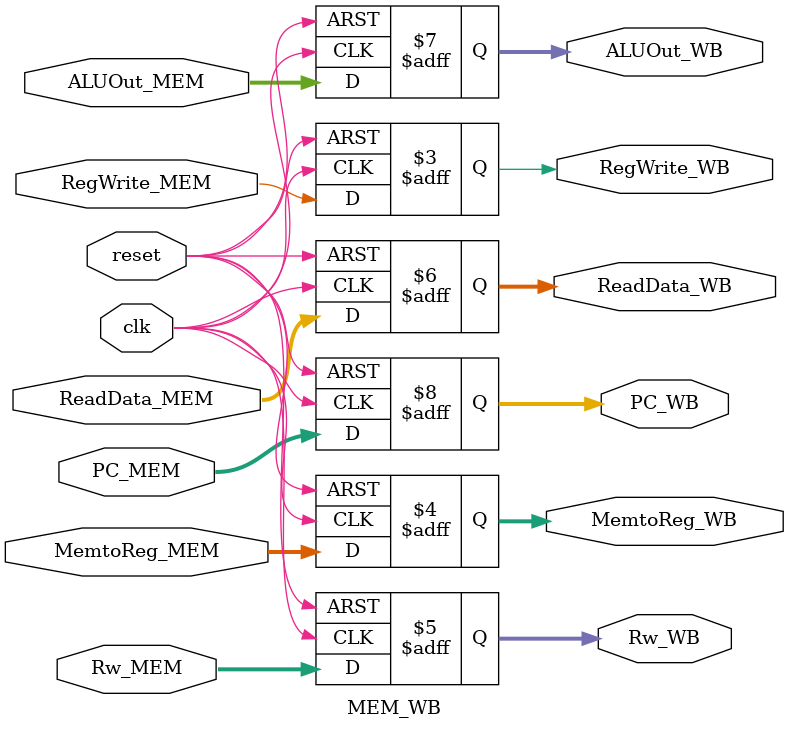
<source format=v>
module MEM_WB(
    input wire clk,
    input wire reset,

    input wire RegWrite_MEM,
    input wire [1:0] MemtoReg_MEM,
    input wire [4:0] Rw_MEM,
    input wire [31:0] ReadData_MEM,
    input wire [31:0] ALUOut_MEM,
    input wire [31:0] PC_MEM,

    output reg RegWrite_WB,
    output reg [1:0] MemtoReg_WB,
    output reg [4:0] Rw_WB,
    output reg [31:0] ReadData_WB,
    output reg [31:0] ALUOut_WB,
    output reg [31:0] PC_WB
); // 2+6+6
initial begin
    RegWrite_WB <= 0;
    MemtoReg_WB <= 0;
    Rw_WB <= 0;
    ReadData_WB <= 0;
    ALUOut_WB <= 0;
    PC_WB <= 0;
end

always @(posedge clk or posedge reset) begin
    if(reset) begin
        RegWrite_WB <= 0;
        MemtoReg_WB <= 0;
        Rw_WB <= 0;
        ReadData_WB <= 0;
        ALUOut_WB <= 0;
        PC_WB <= 0;
    end
    else begin
        RegWrite_WB <= RegWrite_MEM;
        MemtoReg_WB <= MemtoReg_MEM;
        Rw_WB <= Rw_MEM;
        ReadData_WB <= ReadData_MEM;
        ALUOut_WB <= ALUOut_MEM;
        PC_WB <= PC_MEM;
    end
end

endmodule
</source>
